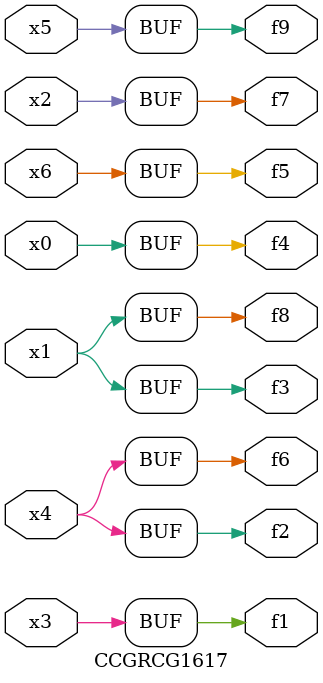
<source format=v>
module CCGRCG1617(
	input x0, x1, x2, x3, x4, x5, x6,
	output f1, f2, f3, f4, f5, f6, f7, f8, f9
);
	assign f1 = x3;
	assign f2 = x4;
	assign f3 = x1;
	assign f4 = x0;
	assign f5 = x6;
	assign f6 = x4;
	assign f7 = x2;
	assign f8 = x1;
	assign f9 = x5;
endmodule

</source>
